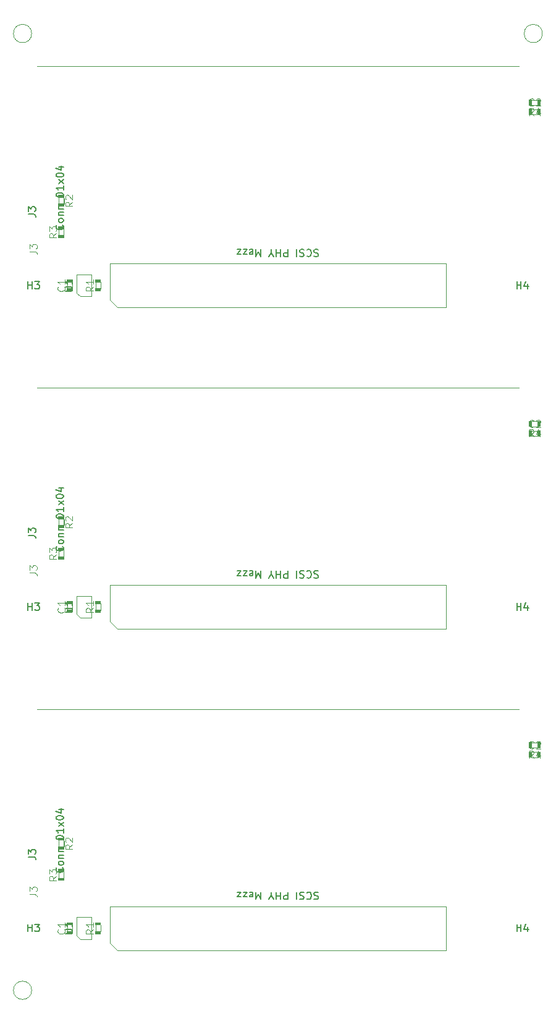
<source format=gbr>
G04 #@! TF.GenerationSoftware,KiCad,Pcbnew,8.0.6*
G04 #@! TF.CreationDate,2024-11-07T02:27:03-08:00*
G04 #@! TF.ProjectId,hvd-68-hd-panel,6876642d-3638-42d6-9864-2d70616e656c,1*
G04 #@! TF.SameCoordinates,Original*
G04 #@! TF.FileFunction,AssemblyDrawing,Top*
%FSLAX46Y46*%
G04 Gerber Fmt 4.6, Leading zero omitted, Abs format (unit mm)*
G04 Created by KiCad (PCBNEW 8.0.6) date 2024-11-07 02:27:03*
%MOMM*%
%LPD*%
G01*
G04 APERTURE LIST*
%ADD10C,0.100000*%
%ADD11C,0.150000*%
%ADD12C,0.000000*%
%ADD13C,0.050000*%
G04 APERTURE END LIST*
D10*
X-2466667Y122294581D02*
X-2800000Y122770772D01*
X-3038095Y122294581D02*
X-3038095Y123294581D01*
X-3038095Y123294581D02*
X-2657143Y123294581D01*
X-2657143Y123294581D02*
X-2561905Y123246962D01*
X-2561905Y123246962D02*
X-2514286Y123199343D01*
X-2514286Y123199343D02*
X-2466667Y123104105D01*
X-2466667Y123104105D02*
X-2466667Y122961248D01*
X-2466667Y122961248D02*
X-2514286Y122866010D01*
X-2514286Y122866010D02*
X-2561905Y122818391D01*
X-2561905Y122818391D02*
X-2657143Y122770772D01*
X-2657143Y122770772D02*
X-3038095Y122770772D01*
X-1609524Y122961248D02*
X-1609524Y122294581D01*
X-1847619Y123342200D02*
X-2085714Y122627915D01*
X-2085714Y122627915D02*
X-1466667Y122627915D01*
D11*
X-71761905Y54547181D02*
X-71761905Y55547181D01*
X-71761905Y55070991D02*
X-71190477Y55070991D01*
X-71190477Y54547181D02*
X-71190477Y55547181D01*
X-70809524Y55547181D02*
X-70190477Y55547181D01*
X-70190477Y55547181D02*
X-70523810Y55166229D01*
X-70523810Y55166229D02*
X-70380953Y55166229D01*
X-70380953Y55166229D02*
X-70285715Y55118610D01*
X-70285715Y55118610D02*
X-70238096Y55070991D01*
X-70238096Y55070991D02*
X-70190477Y54975753D01*
X-70190477Y54975753D02*
X-70190477Y54737658D01*
X-70190477Y54737658D02*
X-70238096Y54642420D01*
X-70238096Y54642420D02*
X-70285715Y54594800D01*
X-70285715Y54594800D02*
X-70380953Y54547181D01*
X-70380953Y54547181D02*
X-70666667Y54547181D01*
X-70666667Y54547181D02*
X-70761905Y54594800D01*
X-70761905Y54594800D02*
X-70809524Y54642420D01*
D10*
X-71542581Y15668667D02*
X-70828296Y15668667D01*
X-70828296Y15668667D02*
X-70685439Y15621048D01*
X-70685439Y15621048D02*
X-70590200Y15525810D01*
X-70590200Y15525810D02*
X-70542581Y15382953D01*
X-70542581Y15382953D02*
X-70542581Y15287715D01*
X-71542581Y16049620D02*
X-71542581Y16668667D01*
X-71542581Y16668667D02*
X-71161629Y16335334D01*
X-71161629Y16335334D02*
X-71161629Y16478191D01*
X-71161629Y16478191D02*
X-71114010Y16573429D01*
X-71114010Y16573429D02*
X-71066391Y16621048D01*
X-71066391Y16621048D02*
X-70971153Y16668667D01*
X-70971153Y16668667D02*
X-70733058Y16668667D01*
X-70733058Y16668667D02*
X-70637820Y16621048D01*
X-70637820Y16621048D02*
X-70590200Y16573429D01*
X-70590200Y16573429D02*
X-70542581Y16478191D01*
X-70542581Y16478191D02*
X-70542581Y16192477D01*
X-70542581Y16192477D02*
X-70590200Y16097239D01*
X-70590200Y16097239D02*
X-70637820Y16049620D01*
D11*
X-67000421Y19273905D02*
X-66952801Y19226286D01*
X-66952801Y19226286D02*
X-66905182Y19083429D01*
X-66905182Y19083429D02*
X-66905182Y18988191D01*
X-66905182Y18988191D02*
X-66952801Y18845334D01*
X-66952801Y18845334D02*
X-67048040Y18750096D01*
X-67048040Y18750096D02*
X-67143278Y18702477D01*
X-67143278Y18702477D02*
X-67333754Y18654858D01*
X-67333754Y18654858D02*
X-67476611Y18654858D01*
X-67476611Y18654858D02*
X-67667087Y18702477D01*
X-67667087Y18702477D02*
X-67762325Y18750096D01*
X-67762325Y18750096D02*
X-67857563Y18845334D01*
X-67857563Y18845334D02*
X-67905182Y18988191D01*
X-67905182Y18988191D02*
X-67905182Y19083429D01*
X-67905182Y19083429D02*
X-67857563Y19226286D01*
X-67857563Y19226286D02*
X-67809944Y19273905D01*
X-66905182Y19845334D02*
X-66952801Y19750096D01*
X-66952801Y19750096D02*
X-67000421Y19702477D01*
X-67000421Y19702477D02*
X-67095659Y19654858D01*
X-67095659Y19654858D02*
X-67381373Y19654858D01*
X-67381373Y19654858D02*
X-67476611Y19702477D01*
X-67476611Y19702477D02*
X-67524230Y19750096D01*
X-67524230Y19750096D02*
X-67571849Y19845334D01*
X-67571849Y19845334D02*
X-67571849Y19988191D01*
X-67571849Y19988191D02*
X-67524230Y20083429D01*
X-67524230Y20083429D02*
X-67476611Y20131048D01*
X-67476611Y20131048D02*
X-67381373Y20178667D01*
X-67381373Y20178667D02*
X-67095659Y20178667D01*
X-67095659Y20178667D02*
X-67000421Y20131048D01*
X-67000421Y20131048D02*
X-66952801Y20083429D01*
X-66952801Y20083429D02*
X-66905182Y19988191D01*
X-66905182Y19988191D02*
X-66905182Y19845334D01*
X-67571849Y20607239D02*
X-66905182Y20607239D01*
X-67476611Y20607239D02*
X-67524230Y20654858D01*
X-67524230Y20654858D02*
X-67571849Y20750096D01*
X-67571849Y20750096D02*
X-67571849Y20892953D01*
X-67571849Y20892953D02*
X-67524230Y20988191D01*
X-67524230Y20988191D02*
X-67428992Y21035810D01*
X-67428992Y21035810D02*
X-66905182Y21035810D01*
X-67571849Y21512001D02*
X-66905182Y21512001D01*
X-67476611Y21512001D02*
X-67524230Y21559620D01*
X-67524230Y21559620D02*
X-67571849Y21654858D01*
X-67571849Y21654858D02*
X-67571849Y21797715D01*
X-67571849Y21797715D02*
X-67524230Y21892953D01*
X-67524230Y21892953D02*
X-67428992Y21940572D01*
X-67428992Y21940572D02*
X-66905182Y21940572D01*
X-66809944Y22178667D02*
X-66809944Y22940572D01*
X-67905182Y23369144D02*
X-67905182Y23464382D01*
X-67905182Y23464382D02*
X-67857563Y23559620D01*
X-67857563Y23559620D02*
X-67809944Y23607239D01*
X-67809944Y23607239D02*
X-67714706Y23654858D01*
X-67714706Y23654858D02*
X-67524230Y23702477D01*
X-67524230Y23702477D02*
X-67286135Y23702477D01*
X-67286135Y23702477D02*
X-67095659Y23654858D01*
X-67095659Y23654858D02*
X-67000421Y23607239D01*
X-67000421Y23607239D02*
X-66952801Y23559620D01*
X-66952801Y23559620D02*
X-66905182Y23464382D01*
X-66905182Y23464382D02*
X-66905182Y23369144D01*
X-66905182Y23369144D02*
X-66952801Y23273906D01*
X-66952801Y23273906D02*
X-67000421Y23226287D01*
X-67000421Y23226287D02*
X-67095659Y23178668D01*
X-67095659Y23178668D02*
X-67286135Y23131049D01*
X-67286135Y23131049D02*
X-67524230Y23131049D01*
X-67524230Y23131049D02*
X-67714706Y23178668D01*
X-67714706Y23178668D02*
X-67809944Y23226287D01*
X-67809944Y23226287D02*
X-67857563Y23273906D01*
X-67857563Y23273906D02*
X-67905182Y23369144D01*
X-66905182Y24654858D02*
X-66905182Y24083430D01*
X-66905182Y24369144D02*
X-67905182Y24369144D01*
X-67905182Y24369144D02*
X-67762325Y24273906D01*
X-67762325Y24273906D02*
X-67667087Y24178668D01*
X-67667087Y24178668D02*
X-67619468Y24083430D01*
X-66905182Y24988192D02*
X-67571849Y25512001D01*
X-67571849Y24988192D02*
X-66905182Y25512001D01*
X-67905182Y26083430D02*
X-67905182Y26178668D01*
X-67905182Y26178668D02*
X-67857563Y26273906D01*
X-67857563Y26273906D02*
X-67809944Y26321525D01*
X-67809944Y26321525D02*
X-67714706Y26369144D01*
X-67714706Y26369144D02*
X-67524230Y26416763D01*
X-67524230Y26416763D02*
X-67286135Y26416763D01*
X-67286135Y26416763D02*
X-67095659Y26369144D01*
X-67095659Y26369144D02*
X-67000421Y26321525D01*
X-67000421Y26321525D02*
X-66952801Y26273906D01*
X-66952801Y26273906D02*
X-66905182Y26178668D01*
X-66905182Y26178668D02*
X-66905182Y26083430D01*
X-66905182Y26083430D02*
X-66952801Y25988192D01*
X-66952801Y25988192D02*
X-67000421Y25940573D01*
X-67000421Y25940573D02*
X-67095659Y25892954D01*
X-67095659Y25892954D02*
X-67286135Y25845335D01*
X-67286135Y25845335D02*
X-67524230Y25845335D01*
X-67524230Y25845335D02*
X-67714706Y25892954D01*
X-67714706Y25892954D02*
X-67809944Y25940573D01*
X-67809944Y25940573D02*
X-67857563Y25988192D01*
X-67857563Y25988192D02*
X-67905182Y26083430D01*
X-67571849Y27273906D02*
X-66905182Y27273906D01*
X-67952801Y27035811D02*
X-67238516Y26797716D01*
X-67238516Y26797716D02*
X-67238516Y27416763D01*
X-71715181Y20773667D02*
X-71000896Y20773667D01*
X-71000896Y20773667D02*
X-70858039Y20726048D01*
X-70858039Y20726048D02*
X-70762800Y20630810D01*
X-70762800Y20630810D02*
X-70715181Y20487953D01*
X-70715181Y20487953D02*
X-70715181Y20392715D01*
X-71715181Y21154620D02*
X-71715181Y21773667D01*
X-71715181Y21773667D02*
X-71334229Y21440334D01*
X-71334229Y21440334D02*
X-71334229Y21583191D01*
X-71334229Y21583191D02*
X-71286610Y21678429D01*
X-71286610Y21678429D02*
X-71238991Y21726048D01*
X-71238991Y21726048D02*
X-71143753Y21773667D01*
X-71143753Y21773667D02*
X-70905658Y21773667D01*
X-70905658Y21773667D02*
X-70810420Y21726048D01*
X-70810420Y21726048D02*
X-70762800Y21678429D01*
X-70762800Y21678429D02*
X-70715181Y21583191D01*
X-70715181Y21583191D02*
X-70715181Y21297477D01*
X-70715181Y21297477D02*
X-70762800Y21202239D01*
X-70762800Y21202239D02*
X-70810420Y21154620D01*
D10*
X-65642582Y22435334D02*
X-66118773Y22102001D01*
X-65642582Y21863906D02*
X-66642582Y21863906D01*
X-66642582Y21863906D02*
X-66642582Y22244858D01*
X-66642582Y22244858D02*
X-66594963Y22340096D01*
X-66594963Y22340096D02*
X-66547344Y22387715D01*
X-66547344Y22387715D02*
X-66452106Y22435334D01*
X-66452106Y22435334D02*
X-66309249Y22435334D01*
X-66309249Y22435334D02*
X-66214011Y22387715D01*
X-66214011Y22387715D02*
X-66166392Y22340096D01*
X-66166392Y22340096D02*
X-66118773Y22244858D01*
X-66118773Y22244858D02*
X-66118773Y21863906D01*
X-66547344Y22816287D02*
X-66594963Y22863906D01*
X-66594963Y22863906D02*
X-66642582Y22959144D01*
X-66642582Y22959144D02*
X-66642582Y23197239D01*
X-66642582Y23197239D02*
X-66594963Y23292477D01*
X-66594963Y23292477D02*
X-66547344Y23340096D01*
X-66547344Y23340096D02*
X-66452106Y23387715D01*
X-66452106Y23387715D02*
X-66356868Y23387715D01*
X-66356868Y23387715D02*
X-66214011Y23340096D01*
X-66214011Y23340096D02*
X-65642582Y22768668D01*
X-65642582Y22768668D02*
X-65642582Y23387715D01*
X-66787819Y10835334D02*
X-66740199Y10787715D01*
X-66740199Y10787715D02*
X-66692580Y10644858D01*
X-66692580Y10644858D02*
X-66692580Y10549620D01*
X-66692580Y10549620D02*
X-66740199Y10406763D01*
X-66740199Y10406763D02*
X-66835438Y10311525D01*
X-66835438Y10311525D02*
X-66930676Y10263906D01*
X-66930676Y10263906D02*
X-67121152Y10216287D01*
X-67121152Y10216287D02*
X-67264009Y10216287D01*
X-67264009Y10216287D02*
X-67454485Y10263906D01*
X-67454485Y10263906D02*
X-67549723Y10311525D01*
X-67549723Y10311525D02*
X-67644961Y10406763D01*
X-67644961Y10406763D02*
X-67692580Y10549620D01*
X-67692580Y10549620D02*
X-67692580Y10644858D01*
X-67692580Y10644858D02*
X-67644961Y10787715D01*
X-67644961Y10787715D02*
X-67597342Y10835334D01*
X-66692580Y11787715D02*
X-66692580Y11216287D01*
X-66692580Y11502001D02*
X-67692580Y11502001D01*
X-67692580Y11502001D02*
X-67549723Y11406763D01*
X-67549723Y11406763D02*
X-67454485Y11311525D01*
X-67454485Y11311525D02*
X-67406866Y11216287D01*
D11*
X-66645182Y54240096D02*
X-65835659Y54240096D01*
X-65835659Y54240096D02*
X-65740421Y54287715D01*
X-65740421Y54287715D02*
X-65692801Y54335334D01*
X-65692801Y54335334D02*
X-65645182Y54430572D01*
X-65645182Y54430572D02*
X-65645182Y54621048D01*
X-65645182Y54621048D02*
X-65692801Y54716286D01*
X-65692801Y54716286D02*
X-65740421Y54763905D01*
X-65740421Y54763905D02*
X-65835659Y54811524D01*
X-65835659Y54811524D02*
X-66645182Y54811524D01*
X-65645182Y55811524D02*
X-65645182Y55240096D01*
X-65645182Y55525810D02*
X-66645182Y55525810D01*
X-66645182Y55525810D02*
X-66502325Y55430572D01*
X-66502325Y55430572D02*
X-66407087Y55335334D01*
X-66407087Y55335334D02*
X-66359468Y55240096D01*
X-4761905Y10547181D02*
X-4761905Y11547181D01*
X-4761905Y11070991D02*
X-4190477Y11070991D01*
X-4190477Y10547181D02*
X-4190477Y11547181D01*
X-3285715Y11213848D02*
X-3285715Y10547181D01*
X-3523810Y11594800D02*
X-3761905Y10880515D01*
X-3761905Y10880515D02*
X-3142858Y10880515D01*
D10*
X-66787819Y54835334D02*
X-66740199Y54787715D01*
X-66740199Y54787715D02*
X-66692580Y54644858D01*
X-66692580Y54644858D02*
X-66692580Y54549620D01*
X-66692580Y54549620D02*
X-66740199Y54406763D01*
X-66740199Y54406763D02*
X-66835438Y54311525D01*
X-66835438Y54311525D02*
X-66930676Y54263906D01*
X-66930676Y54263906D02*
X-67121152Y54216287D01*
X-67121152Y54216287D02*
X-67264009Y54216287D01*
X-67264009Y54216287D02*
X-67454485Y54263906D01*
X-67454485Y54263906D02*
X-67549723Y54311525D01*
X-67549723Y54311525D02*
X-67644961Y54406763D01*
X-67644961Y54406763D02*
X-67692580Y54549620D01*
X-67692580Y54549620D02*
X-67692580Y54644858D01*
X-67692580Y54644858D02*
X-67644961Y54787715D01*
X-67644961Y54787715D02*
X-67597342Y54835334D01*
X-66692580Y55787715D02*
X-66692580Y55216287D01*
X-66692580Y55502001D02*
X-67692580Y55502001D01*
X-67692580Y55502001D02*
X-67549723Y55406763D01*
X-67549723Y55406763D02*
X-67454485Y55311525D01*
X-67454485Y55311525D02*
X-67406866Y55216287D01*
X-65642582Y110435334D02*
X-66118773Y110102001D01*
X-65642582Y109863906D02*
X-66642582Y109863906D01*
X-66642582Y109863906D02*
X-66642582Y110244858D01*
X-66642582Y110244858D02*
X-66594963Y110340096D01*
X-66594963Y110340096D02*
X-66547344Y110387715D01*
X-66547344Y110387715D02*
X-66452106Y110435334D01*
X-66452106Y110435334D02*
X-66309249Y110435334D01*
X-66309249Y110435334D02*
X-66214011Y110387715D01*
X-66214011Y110387715D02*
X-66166392Y110340096D01*
X-66166392Y110340096D02*
X-66118773Y110244858D01*
X-66118773Y110244858D02*
X-66118773Y109863906D01*
X-66547344Y110816287D02*
X-66594963Y110863906D01*
X-66594963Y110863906D02*
X-66642582Y110959144D01*
X-66642582Y110959144D02*
X-66642582Y111197239D01*
X-66642582Y111197239D02*
X-66594963Y111292477D01*
X-66594963Y111292477D02*
X-66547344Y111340096D01*
X-66547344Y111340096D02*
X-66452106Y111387715D01*
X-66452106Y111387715D02*
X-66356868Y111387715D01*
X-66356868Y111387715D02*
X-66214011Y111340096D01*
X-66214011Y111340096D02*
X-65642582Y110768668D01*
X-65642582Y110768668D02*
X-65642582Y111387715D01*
D11*
X-66645182Y10240096D02*
X-65835659Y10240096D01*
X-65835659Y10240096D02*
X-65740421Y10287715D01*
X-65740421Y10287715D02*
X-65692801Y10335334D01*
X-65692801Y10335334D02*
X-65645182Y10430572D01*
X-65645182Y10430572D02*
X-65645182Y10621048D01*
X-65645182Y10621048D02*
X-65692801Y10716286D01*
X-65692801Y10716286D02*
X-65740421Y10763905D01*
X-65740421Y10763905D02*
X-65835659Y10811524D01*
X-65835659Y10811524D02*
X-66645182Y10811524D01*
X-65645182Y11811524D02*
X-65645182Y11240096D01*
X-65645182Y11525810D02*
X-66645182Y11525810D01*
X-66645182Y11525810D02*
X-66502325Y11430572D01*
X-66502325Y11430572D02*
X-66407087Y11335334D01*
X-66407087Y11335334D02*
X-66359468Y11240096D01*
D10*
X-62792580Y98835334D02*
X-63268771Y98502001D01*
X-62792580Y98263906D02*
X-63792580Y98263906D01*
X-63792580Y98263906D02*
X-63792580Y98644858D01*
X-63792580Y98644858D02*
X-63744961Y98740096D01*
X-63744961Y98740096D02*
X-63697342Y98787715D01*
X-63697342Y98787715D02*
X-63602104Y98835334D01*
X-63602104Y98835334D02*
X-63459247Y98835334D01*
X-63459247Y98835334D02*
X-63364009Y98787715D01*
X-63364009Y98787715D02*
X-63316390Y98740096D01*
X-63316390Y98740096D02*
X-63268771Y98644858D01*
X-63268771Y98644858D02*
X-63268771Y98263906D01*
X-62792580Y99787715D02*
X-62792580Y99216287D01*
X-62792580Y99502001D02*
X-63792580Y99502001D01*
X-63792580Y99502001D02*
X-63649723Y99406763D01*
X-63649723Y99406763D02*
X-63554485Y99311525D01*
X-63554485Y99311525D02*
X-63506866Y99216287D01*
D11*
X-71761905Y98547181D02*
X-71761905Y99547181D01*
X-71761905Y99070991D02*
X-71190477Y99070991D01*
X-71190477Y98547181D02*
X-71190477Y99547181D01*
X-70809524Y99547181D02*
X-70190477Y99547181D01*
X-70190477Y99547181D02*
X-70523810Y99166229D01*
X-70523810Y99166229D02*
X-70380953Y99166229D01*
X-70380953Y99166229D02*
X-70285715Y99118610D01*
X-70285715Y99118610D02*
X-70238096Y99070991D01*
X-70238096Y99070991D02*
X-70190477Y98975753D01*
X-70190477Y98975753D02*
X-70190477Y98737658D01*
X-70190477Y98737658D02*
X-70238096Y98642420D01*
X-70238096Y98642420D02*
X-70285715Y98594800D01*
X-70285715Y98594800D02*
X-70380953Y98547181D01*
X-70380953Y98547181D02*
X-70666667Y98547181D01*
X-70666667Y98547181D02*
X-70761905Y98594800D01*
X-70761905Y98594800D02*
X-70809524Y98642420D01*
X-71761905Y10547181D02*
X-71761905Y11547181D01*
X-71761905Y11070991D02*
X-71190477Y11070991D01*
X-71190477Y10547181D02*
X-71190477Y11547181D01*
X-70809524Y11547181D02*
X-70190477Y11547181D01*
X-70190477Y11547181D02*
X-70523810Y11166229D01*
X-70523810Y11166229D02*
X-70380953Y11166229D01*
X-70380953Y11166229D02*
X-70285715Y11118610D01*
X-70285715Y11118610D02*
X-70238096Y11070991D01*
X-70238096Y11070991D02*
X-70190477Y10975753D01*
X-70190477Y10975753D02*
X-70190477Y10737658D01*
X-70190477Y10737658D02*
X-70238096Y10642420D01*
X-70238096Y10642420D02*
X-70285715Y10594800D01*
X-70285715Y10594800D02*
X-70380953Y10547181D01*
X-70380953Y10547181D02*
X-70666667Y10547181D01*
X-70666667Y10547181D02*
X-70761905Y10594800D01*
X-70761905Y10594800D02*
X-70809524Y10642420D01*
D10*
X-62792580Y10835334D02*
X-63268771Y10502001D01*
X-62792580Y10263906D02*
X-63792580Y10263906D01*
X-63792580Y10263906D02*
X-63792580Y10644858D01*
X-63792580Y10644858D02*
X-63744961Y10740096D01*
X-63744961Y10740096D02*
X-63697342Y10787715D01*
X-63697342Y10787715D02*
X-63602104Y10835334D01*
X-63602104Y10835334D02*
X-63459247Y10835334D01*
X-63459247Y10835334D02*
X-63364009Y10787715D01*
X-63364009Y10787715D02*
X-63316390Y10740096D01*
X-63316390Y10740096D02*
X-63268771Y10644858D01*
X-63268771Y10644858D02*
X-63268771Y10263906D01*
X-62792580Y11787715D02*
X-62792580Y11216287D01*
X-62792580Y11502001D02*
X-63792580Y11502001D01*
X-63792580Y11502001D02*
X-63649723Y11406763D01*
X-63649723Y11406763D02*
X-63554485Y11311525D01*
X-63554485Y11311525D02*
X-63506866Y11216287D01*
X-62792580Y54835334D02*
X-63268771Y54502001D01*
X-62792580Y54263906D02*
X-63792580Y54263906D01*
X-63792580Y54263906D02*
X-63792580Y54644858D01*
X-63792580Y54644858D02*
X-63744961Y54740096D01*
X-63744961Y54740096D02*
X-63697342Y54787715D01*
X-63697342Y54787715D02*
X-63602104Y54835334D01*
X-63602104Y54835334D02*
X-63459247Y54835334D01*
X-63459247Y54835334D02*
X-63364009Y54787715D01*
X-63364009Y54787715D02*
X-63316390Y54740096D01*
X-63316390Y54740096D02*
X-63268771Y54644858D01*
X-63268771Y54644858D02*
X-63268771Y54263906D01*
X-62792580Y55787715D02*
X-62792580Y55216287D01*
X-62792580Y55502001D02*
X-63792580Y55502001D01*
X-63792580Y55502001D02*
X-63649723Y55406763D01*
X-63649723Y55406763D02*
X-63554485Y55311525D01*
X-63554485Y55311525D02*
X-63506866Y55216287D01*
D11*
X-66645182Y98240096D02*
X-65835659Y98240096D01*
X-65835659Y98240096D02*
X-65740421Y98287715D01*
X-65740421Y98287715D02*
X-65692801Y98335334D01*
X-65692801Y98335334D02*
X-65645182Y98430572D01*
X-65645182Y98430572D02*
X-65645182Y98621048D01*
X-65645182Y98621048D02*
X-65692801Y98716286D01*
X-65692801Y98716286D02*
X-65740421Y98763905D01*
X-65740421Y98763905D02*
X-65835659Y98811524D01*
X-65835659Y98811524D02*
X-66645182Y98811524D01*
X-65645182Y99811524D02*
X-65645182Y99240096D01*
X-65645182Y99525810D02*
X-66645182Y99525810D01*
X-66645182Y99525810D02*
X-66502325Y99430572D01*
X-66502325Y99430572D02*
X-66407087Y99335334D01*
X-66407087Y99335334D02*
X-66359468Y99240096D01*
D10*
X-67842580Y18135334D02*
X-68318771Y17802001D01*
X-67842580Y17563906D02*
X-68842580Y17563906D01*
X-68842580Y17563906D02*
X-68842580Y17944858D01*
X-68842580Y17944858D02*
X-68794961Y18040096D01*
X-68794961Y18040096D02*
X-68747342Y18087715D01*
X-68747342Y18087715D02*
X-68652104Y18135334D01*
X-68652104Y18135334D02*
X-68509247Y18135334D01*
X-68509247Y18135334D02*
X-68414009Y18087715D01*
X-68414009Y18087715D02*
X-68366390Y18040096D01*
X-68366390Y18040096D02*
X-68318771Y17944858D01*
X-68318771Y17944858D02*
X-68318771Y17563906D01*
X-68842580Y18468668D02*
X-68842580Y19087715D01*
X-68842580Y19087715D02*
X-68461628Y18754382D01*
X-68461628Y18754382D02*
X-68461628Y18897239D01*
X-68461628Y18897239D02*
X-68414009Y18992477D01*
X-68414009Y18992477D02*
X-68366390Y19040096D01*
X-68366390Y19040096D02*
X-68271152Y19087715D01*
X-68271152Y19087715D02*
X-68033057Y19087715D01*
X-68033057Y19087715D02*
X-67937819Y19040096D01*
X-67937819Y19040096D02*
X-67890199Y18992477D01*
X-67890199Y18992477D02*
X-67842580Y18897239D01*
X-67842580Y18897239D02*
X-67842580Y18611525D01*
X-67842580Y18611525D02*
X-67890199Y18516287D01*
X-67890199Y18516287D02*
X-67937819Y18468668D01*
X-66787819Y98835334D02*
X-66740199Y98787715D01*
X-66740199Y98787715D02*
X-66692580Y98644858D01*
X-66692580Y98644858D02*
X-66692580Y98549620D01*
X-66692580Y98549620D02*
X-66740199Y98406763D01*
X-66740199Y98406763D02*
X-66835438Y98311525D01*
X-66835438Y98311525D02*
X-66930676Y98263906D01*
X-66930676Y98263906D02*
X-67121152Y98216287D01*
X-67121152Y98216287D02*
X-67264009Y98216287D01*
X-67264009Y98216287D02*
X-67454485Y98263906D01*
X-67454485Y98263906D02*
X-67549723Y98311525D01*
X-67549723Y98311525D02*
X-67644961Y98406763D01*
X-67644961Y98406763D02*
X-67692580Y98549620D01*
X-67692580Y98549620D02*
X-67692580Y98644858D01*
X-67692580Y98644858D02*
X-67644961Y98787715D01*
X-67644961Y98787715D02*
X-67597342Y98835334D01*
X-66692580Y99787715D02*
X-66692580Y99216287D01*
X-66692580Y99502001D02*
X-67692580Y99502001D01*
X-67692580Y99502001D02*
X-67549723Y99406763D01*
X-67549723Y99406763D02*
X-67454485Y99311525D01*
X-67454485Y99311525D02*
X-67406866Y99216287D01*
X-67842580Y62135334D02*
X-68318771Y61802001D01*
X-67842580Y61563906D02*
X-68842580Y61563906D01*
X-68842580Y61563906D02*
X-68842580Y61944858D01*
X-68842580Y61944858D02*
X-68794961Y62040096D01*
X-68794961Y62040096D02*
X-68747342Y62087715D01*
X-68747342Y62087715D02*
X-68652104Y62135334D01*
X-68652104Y62135334D02*
X-68509247Y62135334D01*
X-68509247Y62135334D02*
X-68414009Y62087715D01*
X-68414009Y62087715D02*
X-68366390Y62040096D01*
X-68366390Y62040096D02*
X-68318771Y61944858D01*
X-68318771Y61944858D02*
X-68318771Y61563906D01*
X-68842580Y62468668D02*
X-68842580Y63087715D01*
X-68842580Y63087715D02*
X-68461628Y62754382D01*
X-68461628Y62754382D02*
X-68461628Y62897239D01*
X-68461628Y62897239D02*
X-68414009Y62992477D01*
X-68414009Y62992477D02*
X-68366390Y63040096D01*
X-68366390Y63040096D02*
X-68271152Y63087715D01*
X-68271152Y63087715D02*
X-68033057Y63087715D01*
X-68033057Y63087715D02*
X-67937819Y63040096D01*
X-67937819Y63040096D02*
X-67890199Y62992477D01*
X-67890199Y62992477D02*
X-67842580Y62897239D01*
X-67842580Y62897239D02*
X-67842580Y62611525D01*
X-67842580Y62611525D02*
X-67890199Y62516287D01*
X-67890199Y62516287D02*
X-67937819Y62468668D01*
X-2466667Y123689820D02*
X-2514286Y123642200D01*
X-2514286Y123642200D02*
X-2657143Y123594581D01*
X-2657143Y123594581D02*
X-2752381Y123594581D01*
X-2752381Y123594581D02*
X-2895238Y123642200D01*
X-2895238Y123642200D02*
X-2990476Y123737439D01*
X-2990476Y123737439D02*
X-3038095Y123832677D01*
X-3038095Y123832677D02*
X-3085714Y124023153D01*
X-3085714Y124023153D02*
X-3085714Y124166010D01*
X-3085714Y124166010D02*
X-3038095Y124356486D01*
X-3038095Y124356486D02*
X-2990476Y124451724D01*
X-2990476Y124451724D02*
X-2895238Y124546962D01*
X-2895238Y124546962D02*
X-2752381Y124594581D01*
X-2752381Y124594581D02*
X-2657143Y124594581D01*
X-2657143Y124594581D02*
X-2514286Y124546962D01*
X-2514286Y124546962D02*
X-2466667Y124499343D01*
X-2085714Y124499343D02*
X-2038095Y124546962D01*
X-2038095Y124546962D02*
X-1942857Y124594581D01*
X-1942857Y124594581D02*
X-1704762Y124594581D01*
X-1704762Y124594581D02*
X-1609524Y124546962D01*
X-1609524Y124546962D02*
X-1561905Y124499343D01*
X-1561905Y124499343D02*
X-1514286Y124404105D01*
X-1514286Y124404105D02*
X-1514286Y124308867D01*
X-1514286Y124308867D02*
X-1561905Y124166010D01*
X-1561905Y124166010D02*
X-2133333Y123594581D01*
X-2133333Y123594581D02*
X-1514286Y123594581D01*
X-71542581Y103668667D02*
X-70828296Y103668667D01*
X-70828296Y103668667D02*
X-70685439Y103621048D01*
X-70685439Y103621048D02*
X-70590200Y103525810D01*
X-70590200Y103525810D02*
X-70542581Y103382953D01*
X-70542581Y103382953D02*
X-70542581Y103287715D01*
X-71542581Y104049620D02*
X-71542581Y104668667D01*
X-71542581Y104668667D02*
X-71161629Y104335334D01*
X-71161629Y104335334D02*
X-71161629Y104478191D01*
X-71161629Y104478191D02*
X-71114010Y104573429D01*
X-71114010Y104573429D02*
X-71066391Y104621048D01*
X-71066391Y104621048D02*
X-70971153Y104668667D01*
X-70971153Y104668667D02*
X-70733058Y104668667D01*
X-70733058Y104668667D02*
X-70637820Y104621048D01*
X-70637820Y104621048D02*
X-70590200Y104573429D01*
X-70590200Y104573429D02*
X-70542581Y104478191D01*
X-70542581Y104478191D02*
X-70542581Y104192477D01*
X-70542581Y104192477D02*
X-70590200Y104097239D01*
X-70590200Y104097239D02*
X-70637820Y104049620D01*
D11*
X-67000421Y107273905D02*
X-66952801Y107226286D01*
X-66952801Y107226286D02*
X-66905182Y107083429D01*
X-66905182Y107083429D02*
X-66905182Y106988191D01*
X-66905182Y106988191D02*
X-66952801Y106845334D01*
X-66952801Y106845334D02*
X-67048040Y106750096D01*
X-67048040Y106750096D02*
X-67143278Y106702477D01*
X-67143278Y106702477D02*
X-67333754Y106654858D01*
X-67333754Y106654858D02*
X-67476611Y106654858D01*
X-67476611Y106654858D02*
X-67667087Y106702477D01*
X-67667087Y106702477D02*
X-67762325Y106750096D01*
X-67762325Y106750096D02*
X-67857563Y106845334D01*
X-67857563Y106845334D02*
X-67905182Y106988191D01*
X-67905182Y106988191D02*
X-67905182Y107083429D01*
X-67905182Y107083429D02*
X-67857563Y107226286D01*
X-67857563Y107226286D02*
X-67809944Y107273905D01*
X-66905182Y107845334D02*
X-66952801Y107750096D01*
X-66952801Y107750096D02*
X-67000421Y107702477D01*
X-67000421Y107702477D02*
X-67095659Y107654858D01*
X-67095659Y107654858D02*
X-67381373Y107654858D01*
X-67381373Y107654858D02*
X-67476611Y107702477D01*
X-67476611Y107702477D02*
X-67524230Y107750096D01*
X-67524230Y107750096D02*
X-67571849Y107845334D01*
X-67571849Y107845334D02*
X-67571849Y107988191D01*
X-67571849Y107988191D02*
X-67524230Y108083429D01*
X-67524230Y108083429D02*
X-67476611Y108131048D01*
X-67476611Y108131048D02*
X-67381373Y108178667D01*
X-67381373Y108178667D02*
X-67095659Y108178667D01*
X-67095659Y108178667D02*
X-67000421Y108131048D01*
X-67000421Y108131048D02*
X-66952801Y108083429D01*
X-66952801Y108083429D02*
X-66905182Y107988191D01*
X-66905182Y107988191D02*
X-66905182Y107845334D01*
X-67571849Y108607239D02*
X-66905182Y108607239D01*
X-67476611Y108607239D02*
X-67524230Y108654858D01*
X-67524230Y108654858D02*
X-67571849Y108750096D01*
X-67571849Y108750096D02*
X-67571849Y108892953D01*
X-67571849Y108892953D02*
X-67524230Y108988191D01*
X-67524230Y108988191D02*
X-67428992Y109035810D01*
X-67428992Y109035810D02*
X-66905182Y109035810D01*
X-67571849Y109512001D02*
X-66905182Y109512001D01*
X-67476611Y109512001D02*
X-67524230Y109559620D01*
X-67524230Y109559620D02*
X-67571849Y109654858D01*
X-67571849Y109654858D02*
X-67571849Y109797715D01*
X-67571849Y109797715D02*
X-67524230Y109892953D01*
X-67524230Y109892953D02*
X-67428992Y109940572D01*
X-67428992Y109940572D02*
X-66905182Y109940572D01*
X-66809944Y110178667D02*
X-66809944Y110940572D01*
X-67905182Y111369144D02*
X-67905182Y111464382D01*
X-67905182Y111464382D02*
X-67857563Y111559620D01*
X-67857563Y111559620D02*
X-67809944Y111607239D01*
X-67809944Y111607239D02*
X-67714706Y111654858D01*
X-67714706Y111654858D02*
X-67524230Y111702477D01*
X-67524230Y111702477D02*
X-67286135Y111702477D01*
X-67286135Y111702477D02*
X-67095659Y111654858D01*
X-67095659Y111654858D02*
X-67000421Y111607239D01*
X-67000421Y111607239D02*
X-66952801Y111559620D01*
X-66952801Y111559620D02*
X-66905182Y111464382D01*
X-66905182Y111464382D02*
X-66905182Y111369144D01*
X-66905182Y111369144D02*
X-66952801Y111273906D01*
X-66952801Y111273906D02*
X-67000421Y111226287D01*
X-67000421Y111226287D02*
X-67095659Y111178668D01*
X-67095659Y111178668D02*
X-67286135Y111131049D01*
X-67286135Y111131049D02*
X-67524230Y111131049D01*
X-67524230Y111131049D02*
X-67714706Y111178668D01*
X-67714706Y111178668D02*
X-67809944Y111226287D01*
X-67809944Y111226287D02*
X-67857563Y111273906D01*
X-67857563Y111273906D02*
X-67905182Y111369144D01*
X-66905182Y112654858D02*
X-66905182Y112083430D01*
X-66905182Y112369144D02*
X-67905182Y112369144D01*
X-67905182Y112369144D02*
X-67762325Y112273906D01*
X-67762325Y112273906D02*
X-67667087Y112178668D01*
X-67667087Y112178668D02*
X-67619468Y112083430D01*
X-66905182Y112988192D02*
X-67571849Y113512001D01*
X-67571849Y112988192D02*
X-66905182Y113512001D01*
X-67905182Y114083430D02*
X-67905182Y114178668D01*
X-67905182Y114178668D02*
X-67857563Y114273906D01*
X-67857563Y114273906D02*
X-67809944Y114321525D01*
X-67809944Y114321525D02*
X-67714706Y114369144D01*
X-67714706Y114369144D02*
X-67524230Y114416763D01*
X-67524230Y114416763D02*
X-67286135Y114416763D01*
X-67286135Y114416763D02*
X-67095659Y114369144D01*
X-67095659Y114369144D02*
X-67000421Y114321525D01*
X-67000421Y114321525D02*
X-66952801Y114273906D01*
X-66952801Y114273906D02*
X-66905182Y114178668D01*
X-66905182Y114178668D02*
X-66905182Y114083430D01*
X-66905182Y114083430D02*
X-66952801Y113988192D01*
X-66952801Y113988192D02*
X-67000421Y113940573D01*
X-67000421Y113940573D02*
X-67095659Y113892954D01*
X-67095659Y113892954D02*
X-67286135Y113845335D01*
X-67286135Y113845335D02*
X-67524230Y113845335D01*
X-67524230Y113845335D02*
X-67714706Y113892954D01*
X-67714706Y113892954D02*
X-67809944Y113940573D01*
X-67809944Y113940573D02*
X-67857563Y113988192D01*
X-67857563Y113988192D02*
X-67905182Y114083430D01*
X-67571849Y115273906D02*
X-66905182Y115273906D01*
X-67952801Y115035811D02*
X-67238516Y114797716D01*
X-67238516Y114797716D02*
X-67238516Y115416763D01*
X-71715181Y108773667D02*
X-71000896Y108773667D01*
X-71000896Y108773667D02*
X-70858039Y108726048D01*
X-70858039Y108726048D02*
X-70762800Y108630810D01*
X-70762800Y108630810D02*
X-70715181Y108487953D01*
X-70715181Y108487953D02*
X-70715181Y108392715D01*
X-71715181Y109154620D02*
X-71715181Y109773667D01*
X-71715181Y109773667D02*
X-71334229Y109440334D01*
X-71334229Y109440334D02*
X-71334229Y109583191D01*
X-71334229Y109583191D02*
X-71286610Y109678429D01*
X-71286610Y109678429D02*
X-71238991Y109726048D01*
X-71238991Y109726048D02*
X-71143753Y109773667D01*
X-71143753Y109773667D02*
X-70905658Y109773667D01*
X-70905658Y109773667D02*
X-70810420Y109726048D01*
X-70810420Y109726048D02*
X-70762800Y109678429D01*
X-70762800Y109678429D02*
X-70715181Y109583191D01*
X-70715181Y109583191D02*
X-70715181Y109297477D01*
X-70715181Y109297477D02*
X-70762800Y109202239D01*
X-70762800Y109202239D02*
X-70810420Y109154620D01*
X-4761905Y54547181D02*
X-4761905Y55547181D01*
X-4761905Y55070991D02*
X-4190477Y55070991D01*
X-4190477Y54547181D02*
X-4190477Y55547181D01*
X-3285715Y55213848D02*
X-3285715Y54547181D01*
X-3523810Y55594800D02*
X-3761905Y54880515D01*
X-3761905Y54880515D02*
X-3142858Y54880515D01*
D10*
X-2466667Y78294581D02*
X-2800000Y78770772D01*
X-3038095Y78294581D02*
X-3038095Y79294581D01*
X-3038095Y79294581D02*
X-2657143Y79294581D01*
X-2657143Y79294581D02*
X-2561905Y79246962D01*
X-2561905Y79246962D02*
X-2514286Y79199343D01*
X-2514286Y79199343D02*
X-2466667Y79104105D01*
X-2466667Y79104105D02*
X-2466667Y78961248D01*
X-2466667Y78961248D02*
X-2514286Y78866010D01*
X-2514286Y78866010D02*
X-2561905Y78818391D01*
X-2561905Y78818391D02*
X-2657143Y78770772D01*
X-2657143Y78770772D02*
X-3038095Y78770772D01*
X-1609524Y78961248D02*
X-1609524Y78294581D01*
X-1847619Y79342200D02*
X-2085714Y78627915D01*
X-2085714Y78627915D02*
X-1466667Y78627915D01*
X-65642582Y66435334D02*
X-66118773Y66102001D01*
X-65642582Y65863906D02*
X-66642582Y65863906D01*
X-66642582Y65863906D02*
X-66642582Y66244858D01*
X-66642582Y66244858D02*
X-66594963Y66340096D01*
X-66594963Y66340096D02*
X-66547344Y66387715D01*
X-66547344Y66387715D02*
X-66452106Y66435334D01*
X-66452106Y66435334D02*
X-66309249Y66435334D01*
X-66309249Y66435334D02*
X-66214011Y66387715D01*
X-66214011Y66387715D02*
X-66166392Y66340096D01*
X-66166392Y66340096D02*
X-66118773Y66244858D01*
X-66118773Y66244858D02*
X-66118773Y65863906D01*
X-66547344Y66816287D02*
X-66594963Y66863906D01*
X-66594963Y66863906D02*
X-66642582Y66959144D01*
X-66642582Y66959144D02*
X-66642582Y67197239D01*
X-66642582Y67197239D02*
X-66594963Y67292477D01*
X-66594963Y67292477D02*
X-66547344Y67340096D01*
X-66547344Y67340096D02*
X-66452106Y67387715D01*
X-66452106Y67387715D02*
X-66356868Y67387715D01*
X-66356868Y67387715D02*
X-66214011Y67340096D01*
X-66214011Y67340096D02*
X-65642582Y66768668D01*
X-65642582Y66768668D02*
X-65642582Y67387715D01*
X-2466667Y35689820D02*
X-2514286Y35642200D01*
X-2514286Y35642200D02*
X-2657143Y35594581D01*
X-2657143Y35594581D02*
X-2752381Y35594581D01*
X-2752381Y35594581D02*
X-2895238Y35642200D01*
X-2895238Y35642200D02*
X-2990476Y35737439D01*
X-2990476Y35737439D02*
X-3038095Y35832677D01*
X-3038095Y35832677D02*
X-3085714Y36023153D01*
X-3085714Y36023153D02*
X-3085714Y36166010D01*
X-3085714Y36166010D02*
X-3038095Y36356486D01*
X-3038095Y36356486D02*
X-2990476Y36451724D01*
X-2990476Y36451724D02*
X-2895238Y36546962D01*
X-2895238Y36546962D02*
X-2752381Y36594581D01*
X-2752381Y36594581D02*
X-2657143Y36594581D01*
X-2657143Y36594581D02*
X-2514286Y36546962D01*
X-2514286Y36546962D02*
X-2466667Y36499343D01*
X-2085714Y36499343D02*
X-2038095Y36546962D01*
X-2038095Y36546962D02*
X-1942857Y36594581D01*
X-1942857Y36594581D02*
X-1704762Y36594581D01*
X-1704762Y36594581D02*
X-1609524Y36546962D01*
X-1609524Y36546962D02*
X-1561905Y36499343D01*
X-1561905Y36499343D02*
X-1514286Y36404105D01*
X-1514286Y36404105D02*
X-1514286Y36308867D01*
X-1514286Y36308867D02*
X-1561905Y36166010D01*
X-1561905Y36166010D02*
X-2133333Y35594581D01*
X-2133333Y35594581D02*
X-1514286Y35594581D01*
X-2466667Y34294581D02*
X-2800000Y34770772D01*
X-3038095Y34294581D02*
X-3038095Y35294581D01*
X-3038095Y35294581D02*
X-2657143Y35294581D01*
X-2657143Y35294581D02*
X-2561905Y35246962D01*
X-2561905Y35246962D02*
X-2514286Y35199343D01*
X-2514286Y35199343D02*
X-2466667Y35104105D01*
X-2466667Y35104105D02*
X-2466667Y34961248D01*
X-2466667Y34961248D02*
X-2514286Y34866010D01*
X-2514286Y34866010D02*
X-2561905Y34818391D01*
X-2561905Y34818391D02*
X-2657143Y34770772D01*
X-2657143Y34770772D02*
X-3038095Y34770772D01*
X-1609524Y34961248D02*
X-1609524Y34294581D01*
X-1847619Y35342200D02*
X-2085714Y34627915D01*
X-2085714Y34627915D02*
X-1466667Y34627915D01*
X-2466667Y79689820D02*
X-2514286Y79642200D01*
X-2514286Y79642200D02*
X-2657143Y79594581D01*
X-2657143Y79594581D02*
X-2752381Y79594581D01*
X-2752381Y79594581D02*
X-2895238Y79642200D01*
X-2895238Y79642200D02*
X-2990476Y79737439D01*
X-2990476Y79737439D02*
X-3038095Y79832677D01*
X-3038095Y79832677D02*
X-3085714Y80023153D01*
X-3085714Y80023153D02*
X-3085714Y80166010D01*
X-3085714Y80166010D02*
X-3038095Y80356486D01*
X-3038095Y80356486D02*
X-2990476Y80451724D01*
X-2990476Y80451724D02*
X-2895238Y80546962D01*
X-2895238Y80546962D02*
X-2752381Y80594581D01*
X-2752381Y80594581D02*
X-2657143Y80594581D01*
X-2657143Y80594581D02*
X-2514286Y80546962D01*
X-2514286Y80546962D02*
X-2466667Y80499343D01*
X-2085714Y80499343D02*
X-2038095Y80546962D01*
X-2038095Y80546962D02*
X-1942857Y80594581D01*
X-1942857Y80594581D02*
X-1704762Y80594581D01*
X-1704762Y80594581D02*
X-1609524Y80546962D01*
X-1609524Y80546962D02*
X-1561905Y80499343D01*
X-1561905Y80499343D02*
X-1514286Y80404105D01*
X-1514286Y80404105D02*
X-1514286Y80308867D01*
X-1514286Y80308867D02*
X-1561905Y80166010D01*
X-1561905Y80166010D02*
X-2133333Y79594581D01*
X-2133333Y79594581D02*
X-1514286Y79594581D01*
X-67842580Y106135334D02*
X-68318771Y105802001D01*
X-67842580Y105563906D02*
X-68842580Y105563906D01*
X-68842580Y105563906D02*
X-68842580Y105944858D01*
X-68842580Y105944858D02*
X-68794961Y106040096D01*
X-68794961Y106040096D02*
X-68747342Y106087715D01*
X-68747342Y106087715D02*
X-68652104Y106135334D01*
X-68652104Y106135334D02*
X-68509247Y106135334D01*
X-68509247Y106135334D02*
X-68414009Y106087715D01*
X-68414009Y106087715D02*
X-68366390Y106040096D01*
X-68366390Y106040096D02*
X-68318771Y105944858D01*
X-68318771Y105944858D02*
X-68318771Y105563906D01*
X-68842580Y106468668D02*
X-68842580Y107087715D01*
X-68842580Y107087715D02*
X-68461628Y106754382D01*
X-68461628Y106754382D02*
X-68461628Y106897239D01*
X-68461628Y106897239D02*
X-68414009Y106992477D01*
X-68414009Y106992477D02*
X-68366390Y107040096D01*
X-68366390Y107040096D02*
X-68271152Y107087715D01*
X-68271152Y107087715D02*
X-68033057Y107087715D01*
X-68033057Y107087715D02*
X-67937819Y107040096D01*
X-67937819Y107040096D02*
X-67890199Y106992477D01*
X-67890199Y106992477D02*
X-67842580Y106897239D01*
X-67842580Y106897239D02*
X-67842580Y106611525D01*
X-67842580Y106611525D02*
X-67890199Y106516287D01*
X-67890199Y106516287D02*
X-67937819Y106468668D01*
D11*
X-31976191Y59909201D02*
X-32119048Y59956821D01*
X-32119048Y59956821D02*
X-32357143Y59956821D01*
X-32357143Y59956821D02*
X-32452381Y59909201D01*
X-32452381Y59909201D02*
X-32500000Y59861582D01*
X-32500000Y59861582D02*
X-32547619Y59766344D01*
X-32547619Y59766344D02*
X-32547619Y59671106D01*
X-32547619Y59671106D02*
X-32500000Y59575868D01*
X-32500000Y59575868D02*
X-32452381Y59528249D01*
X-32452381Y59528249D02*
X-32357143Y59480630D01*
X-32357143Y59480630D02*
X-32166667Y59433011D01*
X-32166667Y59433011D02*
X-32071429Y59385392D01*
X-32071429Y59385392D02*
X-32023810Y59337773D01*
X-32023810Y59337773D02*
X-31976191Y59242535D01*
X-31976191Y59242535D02*
X-31976191Y59147297D01*
X-31976191Y59147297D02*
X-32023810Y59052059D01*
X-32023810Y59052059D02*
X-32071429Y59004440D01*
X-32071429Y59004440D02*
X-32166667Y58956821D01*
X-32166667Y58956821D02*
X-32404762Y58956821D01*
X-32404762Y58956821D02*
X-32547619Y59004440D01*
X-33547619Y59861582D02*
X-33500000Y59909201D01*
X-33500000Y59909201D02*
X-33357143Y59956821D01*
X-33357143Y59956821D02*
X-33261905Y59956821D01*
X-33261905Y59956821D02*
X-33119048Y59909201D01*
X-33119048Y59909201D02*
X-33023810Y59813963D01*
X-33023810Y59813963D02*
X-32976191Y59718725D01*
X-32976191Y59718725D02*
X-32928572Y59528249D01*
X-32928572Y59528249D02*
X-32928572Y59385392D01*
X-32928572Y59385392D02*
X-32976191Y59194916D01*
X-32976191Y59194916D02*
X-33023810Y59099678D01*
X-33023810Y59099678D02*
X-33119048Y59004440D01*
X-33119048Y59004440D02*
X-33261905Y58956821D01*
X-33261905Y58956821D02*
X-33357143Y58956821D01*
X-33357143Y58956821D02*
X-33500000Y59004440D01*
X-33500000Y59004440D02*
X-33547619Y59052059D01*
X-33928572Y59909201D02*
X-34071429Y59956821D01*
X-34071429Y59956821D02*
X-34309524Y59956821D01*
X-34309524Y59956821D02*
X-34404762Y59909201D01*
X-34404762Y59909201D02*
X-34452381Y59861582D01*
X-34452381Y59861582D02*
X-34500000Y59766344D01*
X-34500000Y59766344D02*
X-34500000Y59671106D01*
X-34500000Y59671106D02*
X-34452381Y59575868D01*
X-34452381Y59575868D02*
X-34404762Y59528249D01*
X-34404762Y59528249D02*
X-34309524Y59480630D01*
X-34309524Y59480630D02*
X-34119048Y59433011D01*
X-34119048Y59433011D02*
X-34023810Y59385392D01*
X-34023810Y59385392D02*
X-33976191Y59337773D01*
X-33976191Y59337773D02*
X-33928572Y59242535D01*
X-33928572Y59242535D02*
X-33928572Y59147297D01*
X-33928572Y59147297D02*
X-33976191Y59052059D01*
X-33976191Y59052059D02*
X-34023810Y59004440D01*
X-34023810Y59004440D02*
X-34119048Y58956821D01*
X-34119048Y58956821D02*
X-34357143Y58956821D01*
X-34357143Y58956821D02*
X-34500000Y59004440D01*
X-34928572Y59956821D02*
X-34928572Y58956821D01*
X-36166667Y59956821D02*
X-36166667Y58956821D01*
X-36166667Y58956821D02*
X-36547619Y58956821D01*
X-36547619Y58956821D02*
X-36642857Y59004440D01*
X-36642857Y59004440D02*
X-36690476Y59052059D01*
X-36690476Y59052059D02*
X-36738095Y59147297D01*
X-36738095Y59147297D02*
X-36738095Y59290154D01*
X-36738095Y59290154D02*
X-36690476Y59385392D01*
X-36690476Y59385392D02*
X-36642857Y59433011D01*
X-36642857Y59433011D02*
X-36547619Y59480630D01*
X-36547619Y59480630D02*
X-36166667Y59480630D01*
X-37166667Y59956821D02*
X-37166667Y58956821D01*
X-37166667Y59433011D02*
X-37738095Y59433011D01*
X-37738095Y59956821D02*
X-37738095Y58956821D01*
X-38404762Y59480630D02*
X-38404762Y59956821D01*
X-38071429Y58956821D02*
X-38404762Y59480630D01*
X-38404762Y59480630D02*
X-38738095Y58956821D01*
X-39833334Y59956821D02*
X-39833334Y58956821D01*
X-39833334Y58956821D02*
X-40166667Y59671106D01*
X-40166667Y59671106D02*
X-40500000Y58956821D01*
X-40500000Y58956821D02*
X-40500000Y59956821D01*
X-41357143Y59909201D02*
X-41261905Y59956821D01*
X-41261905Y59956821D02*
X-41071429Y59956821D01*
X-41071429Y59956821D02*
X-40976191Y59909201D01*
X-40976191Y59909201D02*
X-40928572Y59813963D01*
X-40928572Y59813963D02*
X-40928572Y59433011D01*
X-40928572Y59433011D02*
X-40976191Y59337773D01*
X-40976191Y59337773D02*
X-41071429Y59290154D01*
X-41071429Y59290154D02*
X-41261905Y59290154D01*
X-41261905Y59290154D02*
X-41357143Y59337773D01*
X-41357143Y59337773D02*
X-41404762Y59433011D01*
X-41404762Y59433011D02*
X-41404762Y59528249D01*
X-41404762Y59528249D02*
X-40928572Y59623487D01*
X-41738096Y59290154D02*
X-42261905Y59290154D01*
X-42261905Y59290154D02*
X-41738096Y59956821D01*
X-41738096Y59956821D02*
X-42261905Y59956821D01*
X-42547620Y59290154D02*
X-43071429Y59290154D01*
X-43071429Y59290154D02*
X-42547620Y59956821D01*
X-42547620Y59956821D02*
X-43071429Y59956821D01*
X-31976191Y15909201D02*
X-32119048Y15956821D01*
X-32119048Y15956821D02*
X-32357143Y15956821D01*
X-32357143Y15956821D02*
X-32452381Y15909201D01*
X-32452381Y15909201D02*
X-32500000Y15861582D01*
X-32500000Y15861582D02*
X-32547619Y15766344D01*
X-32547619Y15766344D02*
X-32547619Y15671106D01*
X-32547619Y15671106D02*
X-32500000Y15575868D01*
X-32500000Y15575868D02*
X-32452381Y15528249D01*
X-32452381Y15528249D02*
X-32357143Y15480630D01*
X-32357143Y15480630D02*
X-32166667Y15433011D01*
X-32166667Y15433011D02*
X-32071429Y15385392D01*
X-32071429Y15385392D02*
X-32023810Y15337773D01*
X-32023810Y15337773D02*
X-31976191Y15242535D01*
X-31976191Y15242535D02*
X-31976191Y15147297D01*
X-31976191Y15147297D02*
X-32023810Y15052059D01*
X-32023810Y15052059D02*
X-32071429Y15004440D01*
X-32071429Y15004440D02*
X-32166667Y14956821D01*
X-32166667Y14956821D02*
X-32404762Y14956821D01*
X-32404762Y14956821D02*
X-32547619Y15004440D01*
X-33547619Y15861582D02*
X-33500000Y15909201D01*
X-33500000Y15909201D02*
X-33357143Y15956821D01*
X-33357143Y15956821D02*
X-33261905Y15956821D01*
X-33261905Y15956821D02*
X-33119048Y15909201D01*
X-33119048Y15909201D02*
X-33023810Y15813963D01*
X-33023810Y15813963D02*
X-32976191Y15718725D01*
X-32976191Y15718725D02*
X-32928572Y15528249D01*
X-32928572Y15528249D02*
X-32928572Y15385392D01*
X-32928572Y15385392D02*
X-32976191Y15194916D01*
X-32976191Y15194916D02*
X-33023810Y15099678D01*
X-33023810Y15099678D02*
X-33119048Y15004440D01*
X-33119048Y15004440D02*
X-33261905Y14956821D01*
X-33261905Y14956821D02*
X-33357143Y14956821D01*
X-33357143Y14956821D02*
X-33500000Y15004440D01*
X-33500000Y15004440D02*
X-33547619Y15052059D01*
X-33928572Y15909201D02*
X-34071429Y15956821D01*
X-34071429Y15956821D02*
X-34309524Y15956821D01*
X-34309524Y15956821D02*
X-34404762Y15909201D01*
X-34404762Y15909201D02*
X-34452381Y15861582D01*
X-34452381Y15861582D02*
X-34500000Y15766344D01*
X-34500000Y15766344D02*
X-34500000Y15671106D01*
X-34500000Y15671106D02*
X-34452381Y15575868D01*
X-34452381Y15575868D02*
X-34404762Y15528249D01*
X-34404762Y15528249D02*
X-34309524Y15480630D01*
X-34309524Y15480630D02*
X-34119048Y15433011D01*
X-34119048Y15433011D02*
X-34023810Y15385392D01*
X-34023810Y15385392D02*
X-33976191Y15337773D01*
X-33976191Y15337773D02*
X-33928572Y15242535D01*
X-33928572Y15242535D02*
X-33928572Y15147297D01*
X-33928572Y15147297D02*
X-33976191Y15052059D01*
X-33976191Y15052059D02*
X-34023810Y15004440D01*
X-34023810Y15004440D02*
X-34119048Y14956821D01*
X-34119048Y14956821D02*
X-34357143Y14956821D01*
X-34357143Y14956821D02*
X-34500000Y15004440D01*
X-34928572Y15956821D02*
X-34928572Y14956821D01*
X-36166667Y15956821D02*
X-36166667Y14956821D01*
X-36166667Y14956821D02*
X-36547619Y14956821D01*
X-36547619Y14956821D02*
X-36642857Y15004440D01*
X-36642857Y15004440D02*
X-36690476Y15052059D01*
X-36690476Y15052059D02*
X-36738095Y15147297D01*
X-36738095Y15147297D02*
X-36738095Y15290154D01*
X-36738095Y15290154D02*
X-36690476Y15385392D01*
X-36690476Y15385392D02*
X-36642857Y15433011D01*
X-36642857Y15433011D02*
X-36547619Y15480630D01*
X-36547619Y15480630D02*
X-36166667Y15480630D01*
X-37166667Y15956821D02*
X-37166667Y14956821D01*
X-37166667Y15433011D02*
X-37738095Y15433011D01*
X-37738095Y15956821D02*
X-37738095Y14956821D01*
X-38404762Y15480630D02*
X-38404762Y15956821D01*
X-38071429Y14956821D02*
X-38404762Y15480630D01*
X-38404762Y15480630D02*
X-38738095Y14956821D01*
X-39833334Y15956821D02*
X-39833334Y14956821D01*
X-39833334Y14956821D02*
X-40166667Y15671106D01*
X-40166667Y15671106D02*
X-40500000Y14956821D01*
X-40500000Y14956821D02*
X-40500000Y15956821D01*
X-41357143Y15909201D02*
X-41261905Y15956821D01*
X-41261905Y15956821D02*
X-41071429Y15956821D01*
X-41071429Y15956821D02*
X-40976191Y15909201D01*
X-40976191Y15909201D02*
X-40928572Y15813963D01*
X-40928572Y15813963D02*
X-40928572Y15433011D01*
X-40928572Y15433011D02*
X-40976191Y15337773D01*
X-40976191Y15337773D02*
X-41071429Y15290154D01*
X-41071429Y15290154D02*
X-41261905Y15290154D01*
X-41261905Y15290154D02*
X-41357143Y15337773D01*
X-41357143Y15337773D02*
X-41404762Y15433011D01*
X-41404762Y15433011D02*
X-41404762Y15528249D01*
X-41404762Y15528249D02*
X-40928572Y15623487D01*
X-41738096Y15290154D02*
X-42261905Y15290154D01*
X-42261905Y15290154D02*
X-41738096Y15956821D01*
X-41738096Y15956821D02*
X-42261905Y15956821D01*
X-42547620Y15290154D02*
X-43071429Y15290154D01*
X-43071429Y15290154D02*
X-42547620Y15956821D01*
X-42547620Y15956821D02*
X-43071429Y15956821D01*
X-31976191Y103909201D02*
X-32119048Y103956821D01*
X-32119048Y103956821D02*
X-32357143Y103956821D01*
X-32357143Y103956821D02*
X-32452381Y103909201D01*
X-32452381Y103909201D02*
X-32500000Y103861582D01*
X-32500000Y103861582D02*
X-32547619Y103766344D01*
X-32547619Y103766344D02*
X-32547619Y103671106D01*
X-32547619Y103671106D02*
X-32500000Y103575868D01*
X-32500000Y103575868D02*
X-32452381Y103528249D01*
X-32452381Y103528249D02*
X-32357143Y103480630D01*
X-32357143Y103480630D02*
X-32166667Y103433011D01*
X-32166667Y103433011D02*
X-32071429Y103385392D01*
X-32071429Y103385392D02*
X-32023810Y103337773D01*
X-32023810Y103337773D02*
X-31976191Y103242535D01*
X-31976191Y103242535D02*
X-31976191Y103147297D01*
X-31976191Y103147297D02*
X-32023810Y103052059D01*
X-32023810Y103052059D02*
X-32071429Y103004440D01*
X-32071429Y103004440D02*
X-32166667Y102956821D01*
X-32166667Y102956821D02*
X-32404762Y102956821D01*
X-32404762Y102956821D02*
X-32547619Y103004440D01*
X-33547619Y103861582D02*
X-33500000Y103909201D01*
X-33500000Y103909201D02*
X-33357143Y103956821D01*
X-33357143Y103956821D02*
X-33261905Y103956821D01*
X-33261905Y103956821D02*
X-33119048Y103909201D01*
X-33119048Y103909201D02*
X-33023810Y103813963D01*
X-33023810Y103813963D02*
X-32976191Y103718725D01*
X-32976191Y103718725D02*
X-32928572Y103528249D01*
X-32928572Y103528249D02*
X-32928572Y103385392D01*
X-32928572Y103385392D02*
X-32976191Y103194916D01*
X-32976191Y103194916D02*
X-33023810Y103099678D01*
X-33023810Y103099678D02*
X-33119048Y103004440D01*
X-33119048Y103004440D02*
X-33261905Y102956821D01*
X-33261905Y102956821D02*
X-33357143Y102956821D01*
X-33357143Y102956821D02*
X-33500000Y103004440D01*
X-33500000Y103004440D02*
X-33547619Y103052059D01*
X-33928572Y103909201D02*
X-34071429Y103956821D01*
X-34071429Y103956821D02*
X-34309524Y103956821D01*
X-34309524Y103956821D02*
X-34404762Y103909201D01*
X-34404762Y103909201D02*
X-34452381Y103861582D01*
X-34452381Y103861582D02*
X-34500000Y103766344D01*
X-34500000Y103766344D02*
X-34500000Y103671106D01*
X-34500000Y103671106D02*
X-34452381Y103575868D01*
X-34452381Y103575868D02*
X-34404762Y103528249D01*
X-34404762Y103528249D02*
X-34309524Y103480630D01*
X-34309524Y103480630D02*
X-34119048Y103433011D01*
X-34119048Y103433011D02*
X-34023810Y103385392D01*
X-34023810Y103385392D02*
X-33976191Y103337773D01*
X-33976191Y103337773D02*
X-33928572Y103242535D01*
X-33928572Y103242535D02*
X-33928572Y103147297D01*
X-33928572Y103147297D02*
X-33976191Y103052059D01*
X-33976191Y103052059D02*
X-34023810Y103004440D01*
X-34023810Y103004440D02*
X-34119048Y102956821D01*
X-34119048Y102956821D02*
X-34357143Y102956821D01*
X-34357143Y102956821D02*
X-34500000Y103004440D01*
X-34928572Y103956821D02*
X-34928572Y102956821D01*
X-36166667Y103956821D02*
X-36166667Y102956821D01*
X-36166667Y102956821D02*
X-36547619Y102956821D01*
X-36547619Y102956821D02*
X-36642857Y103004440D01*
X-36642857Y103004440D02*
X-36690476Y103052059D01*
X-36690476Y103052059D02*
X-36738095Y103147297D01*
X-36738095Y103147297D02*
X-36738095Y103290154D01*
X-36738095Y103290154D02*
X-36690476Y103385392D01*
X-36690476Y103385392D02*
X-36642857Y103433011D01*
X-36642857Y103433011D02*
X-36547619Y103480630D01*
X-36547619Y103480630D02*
X-36166667Y103480630D01*
X-37166667Y103956821D02*
X-37166667Y102956821D01*
X-37166667Y103433011D02*
X-37738095Y103433011D01*
X-37738095Y103956821D02*
X-37738095Y102956821D01*
X-38404762Y103480630D02*
X-38404762Y103956821D01*
X-38071429Y102956821D02*
X-38404762Y103480630D01*
X-38404762Y103480630D02*
X-38738095Y102956821D01*
X-39833334Y103956821D02*
X-39833334Y102956821D01*
X-39833334Y102956821D02*
X-40166667Y103671106D01*
X-40166667Y103671106D02*
X-40500000Y102956821D01*
X-40500000Y102956821D02*
X-40500000Y103956821D01*
X-41357143Y103909201D02*
X-41261905Y103956821D01*
X-41261905Y103956821D02*
X-41071429Y103956821D01*
X-41071429Y103956821D02*
X-40976191Y103909201D01*
X-40976191Y103909201D02*
X-40928572Y103813963D01*
X-40928572Y103813963D02*
X-40928572Y103433011D01*
X-40928572Y103433011D02*
X-40976191Y103337773D01*
X-40976191Y103337773D02*
X-41071429Y103290154D01*
X-41071429Y103290154D02*
X-41261905Y103290154D01*
X-41261905Y103290154D02*
X-41357143Y103337773D01*
X-41357143Y103337773D02*
X-41404762Y103433011D01*
X-41404762Y103433011D02*
X-41404762Y103528249D01*
X-41404762Y103528249D02*
X-40928572Y103623487D01*
X-41738096Y103290154D02*
X-42261905Y103290154D01*
X-42261905Y103290154D02*
X-41738096Y103956821D01*
X-41738096Y103956821D02*
X-42261905Y103956821D01*
X-42547620Y103290154D02*
X-43071429Y103290154D01*
X-43071429Y103290154D02*
X-42547620Y103956821D01*
X-42547620Y103956821D02*
X-43071429Y103956821D01*
X-4761905Y98547181D02*
X-4761905Y99547181D01*
X-4761905Y99070991D02*
X-4190477Y99070991D01*
X-4190477Y98547181D02*
X-4190477Y99547181D01*
X-3285715Y99213848D02*
X-3285715Y98547181D01*
X-3523810Y99594800D02*
X-3761905Y98880515D01*
X-3761905Y98880515D02*
X-3142858Y98880515D01*
D10*
X-71542581Y59668667D02*
X-70828296Y59668667D01*
X-70828296Y59668667D02*
X-70685439Y59621048D01*
X-70685439Y59621048D02*
X-70590200Y59525810D01*
X-70590200Y59525810D02*
X-70542581Y59382953D01*
X-70542581Y59382953D02*
X-70542581Y59287715D01*
X-71542581Y60049620D02*
X-71542581Y60668667D01*
X-71542581Y60668667D02*
X-71161629Y60335334D01*
X-71161629Y60335334D02*
X-71161629Y60478191D01*
X-71161629Y60478191D02*
X-71114010Y60573429D01*
X-71114010Y60573429D02*
X-71066391Y60621048D01*
X-71066391Y60621048D02*
X-70971153Y60668667D01*
X-70971153Y60668667D02*
X-70733058Y60668667D01*
X-70733058Y60668667D02*
X-70637820Y60621048D01*
X-70637820Y60621048D02*
X-70590200Y60573429D01*
X-70590200Y60573429D02*
X-70542581Y60478191D01*
X-70542581Y60478191D02*
X-70542581Y60192477D01*
X-70542581Y60192477D02*
X-70590200Y60097239D01*
X-70590200Y60097239D02*
X-70637820Y60049620D01*
D11*
X-67000421Y63273905D02*
X-66952801Y63226286D01*
X-66952801Y63226286D02*
X-66905182Y63083429D01*
X-66905182Y63083429D02*
X-66905182Y62988191D01*
X-66905182Y62988191D02*
X-66952801Y62845334D01*
X-66952801Y62845334D02*
X-67048040Y62750096D01*
X-67048040Y62750096D02*
X-67143278Y62702477D01*
X-67143278Y62702477D02*
X-67333754Y62654858D01*
X-67333754Y62654858D02*
X-67476611Y62654858D01*
X-67476611Y62654858D02*
X-67667087Y62702477D01*
X-67667087Y62702477D02*
X-67762325Y62750096D01*
X-67762325Y62750096D02*
X-67857563Y62845334D01*
X-67857563Y62845334D02*
X-67905182Y62988191D01*
X-67905182Y62988191D02*
X-67905182Y63083429D01*
X-67905182Y63083429D02*
X-67857563Y63226286D01*
X-67857563Y63226286D02*
X-67809944Y63273905D01*
X-66905182Y63845334D02*
X-66952801Y63750096D01*
X-66952801Y63750096D02*
X-67000421Y63702477D01*
X-67000421Y63702477D02*
X-67095659Y63654858D01*
X-67095659Y63654858D02*
X-67381373Y63654858D01*
X-67381373Y63654858D02*
X-67476611Y63702477D01*
X-67476611Y63702477D02*
X-67524230Y63750096D01*
X-67524230Y63750096D02*
X-67571849Y63845334D01*
X-67571849Y63845334D02*
X-67571849Y63988191D01*
X-67571849Y63988191D02*
X-67524230Y64083429D01*
X-67524230Y64083429D02*
X-67476611Y64131048D01*
X-67476611Y64131048D02*
X-67381373Y64178667D01*
X-67381373Y64178667D02*
X-67095659Y64178667D01*
X-67095659Y64178667D02*
X-67000421Y64131048D01*
X-67000421Y64131048D02*
X-66952801Y64083429D01*
X-66952801Y64083429D02*
X-66905182Y63988191D01*
X-66905182Y63988191D02*
X-66905182Y63845334D01*
X-67571849Y64607239D02*
X-66905182Y64607239D01*
X-67476611Y64607239D02*
X-67524230Y64654858D01*
X-67524230Y64654858D02*
X-67571849Y64750096D01*
X-67571849Y64750096D02*
X-67571849Y64892953D01*
X-67571849Y64892953D02*
X-67524230Y64988191D01*
X-67524230Y64988191D02*
X-67428992Y65035810D01*
X-67428992Y65035810D02*
X-66905182Y65035810D01*
X-67571849Y65512001D02*
X-66905182Y65512001D01*
X-67476611Y65512001D02*
X-67524230Y65559620D01*
X-67524230Y65559620D02*
X-67571849Y65654858D01*
X-67571849Y65654858D02*
X-67571849Y65797715D01*
X-67571849Y65797715D02*
X-67524230Y65892953D01*
X-67524230Y65892953D02*
X-67428992Y65940572D01*
X-67428992Y65940572D02*
X-66905182Y65940572D01*
X-66809944Y66178667D02*
X-66809944Y66940572D01*
X-67905182Y67369144D02*
X-67905182Y67464382D01*
X-67905182Y67464382D02*
X-67857563Y67559620D01*
X-67857563Y67559620D02*
X-67809944Y67607239D01*
X-67809944Y67607239D02*
X-67714706Y67654858D01*
X-67714706Y67654858D02*
X-67524230Y67702477D01*
X-67524230Y67702477D02*
X-67286135Y67702477D01*
X-67286135Y67702477D02*
X-67095659Y67654858D01*
X-67095659Y67654858D02*
X-67000421Y67607239D01*
X-67000421Y67607239D02*
X-66952801Y67559620D01*
X-66952801Y67559620D02*
X-66905182Y67464382D01*
X-66905182Y67464382D02*
X-66905182Y67369144D01*
X-66905182Y67369144D02*
X-66952801Y67273906D01*
X-66952801Y67273906D02*
X-67000421Y67226287D01*
X-67000421Y67226287D02*
X-67095659Y67178668D01*
X-67095659Y67178668D02*
X-67286135Y67131049D01*
X-67286135Y67131049D02*
X-67524230Y67131049D01*
X-67524230Y67131049D02*
X-67714706Y67178668D01*
X-67714706Y67178668D02*
X-67809944Y67226287D01*
X-67809944Y67226287D02*
X-67857563Y67273906D01*
X-67857563Y67273906D02*
X-67905182Y67369144D01*
X-66905182Y68654858D02*
X-66905182Y68083430D01*
X-66905182Y68369144D02*
X-67905182Y68369144D01*
X-67905182Y68369144D02*
X-67762325Y68273906D01*
X-67762325Y68273906D02*
X-67667087Y68178668D01*
X-67667087Y68178668D02*
X-67619468Y68083430D01*
X-66905182Y68988192D02*
X-67571849Y69512001D01*
X-67571849Y68988192D02*
X-66905182Y69512001D01*
X-67905182Y70083430D02*
X-67905182Y70178668D01*
X-67905182Y70178668D02*
X-67857563Y70273906D01*
X-67857563Y70273906D02*
X-67809944Y70321525D01*
X-67809944Y70321525D02*
X-67714706Y70369144D01*
X-67714706Y70369144D02*
X-67524230Y70416763D01*
X-67524230Y70416763D02*
X-67286135Y70416763D01*
X-67286135Y70416763D02*
X-67095659Y70369144D01*
X-67095659Y70369144D02*
X-67000421Y70321525D01*
X-67000421Y70321525D02*
X-66952801Y70273906D01*
X-66952801Y70273906D02*
X-66905182Y70178668D01*
X-66905182Y70178668D02*
X-66905182Y70083430D01*
X-66905182Y70083430D02*
X-66952801Y69988192D01*
X-66952801Y69988192D02*
X-67000421Y69940573D01*
X-67000421Y69940573D02*
X-67095659Y69892954D01*
X-67095659Y69892954D02*
X-67286135Y69845335D01*
X-67286135Y69845335D02*
X-67524230Y69845335D01*
X-67524230Y69845335D02*
X-67714706Y69892954D01*
X-67714706Y69892954D02*
X-67809944Y69940573D01*
X-67809944Y69940573D02*
X-67857563Y69988192D01*
X-67857563Y69988192D02*
X-67905182Y70083430D01*
X-67571849Y71273906D02*
X-66905182Y71273906D01*
X-67952801Y71035811D02*
X-67238516Y70797716D01*
X-67238516Y70797716D02*
X-67238516Y71416763D01*
X-71715181Y64773667D02*
X-71000896Y64773667D01*
X-71000896Y64773667D02*
X-70858039Y64726048D01*
X-70858039Y64726048D02*
X-70762800Y64630810D01*
X-70762800Y64630810D02*
X-70715181Y64487953D01*
X-70715181Y64487953D02*
X-70715181Y64392715D01*
X-71715181Y65154620D02*
X-71715181Y65773667D01*
X-71715181Y65773667D02*
X-71334229Y65440334D01*
X-71334229Y65440334D02*
X-71334229Y65583191D01*
X-71334229Y65583191D02*
X-71286610Y65678429D01*
X-71286610Y65678429D02*
X-71238991Y65726048D01*
X-71238991Y65726048D02*
X-71143753Y65773667D01*
X-71143753Y65773667D02*
X-70905658Y65773667D01*
X-70905658Y65773667D02*
X-70810420Y65726048D01*
X-70810420Y65726048D02*
X-70762800Y65678429D01*
X-70762800Y65678429D02*
X-70715181Y65583191D01*
X-70715181Y65583191D02*
X-70715181Y65297477D01*
X-70715181Y65297477D02*
X-70762800Y65202239D01*
X-70762800Y65202239D02*
X-70810420Y65154620D01*
D10*
G04 #@! TO.C,R4*
X-2750000Y122402001D02*
X-1850000Y122402001D01*
X-1850000Y123101999D02*
X-2750000Y123101999D01*
D12*
G36*
X-2700000Y122352000D02*
G01*
X-3100000Y122352000D01*
X-3100000Y123152000D01*
X-2700000Y123152000D01*
X-2700000Y122352000D01*
G37*
G36*
X-1500000Y122352000D02*
G01*
X-1900000Y122352000D01*
X-1900000Y123152000D01*
X-1500000Y123152000D01*
X-1500000Y122352000D01*
G37*
D13*
G04 #@! TO.C,KiKit_FID_T_2*
X-1250000Y133503500D02*
G75*
G02*
X-3750000Y133503500I-1250000J0D01*
G01*
X-3750000Y133503500D02*
G75*
G02*
X-1250000Y133503500I1250000J0D01*
G01*
D10*
G04 #@! TO.C,R2*
X-67549999Y23052000D02*
X-67549999Y22152000D01*
X-66850001Y22152000D02*
X-66850001Y23052000D01*
D12*
G36*
X-66800000Y23002000D02*
G01*
X-67600000Y23002000D01*
X-67600000Y23402000D01*
X-66800000Y23402000D01*
X-66800000Y23002000D01*
G37*
G36*
X-66800000Y21802000D02*
G01*
X-67600000Y21802000D01*
X-67600000Y22202000D01*
X-66800000Y22202000D01*
X-66800000Y21802000D01*
G37*
D10*
G04 #@! TO.C,C1*
X-66399999Y10552000D02*
X-66399999Y11452000D01*
X-65700001Y10552000D02*
X-65700001Y11452000D01*
D12*
G36*
X-65650000Y11402000D02*
G01*
X-66450000Y11402000D01*
X-66450000Y11802000D01*
X-65650000Y11802000D01*
X-65650000Y11402000D01*
G37*
G36*
X-65650000Y10202000D02*
G01*
X-66450000Y10202000D01*
X-66450000Y10602000D01*
X-65650000Y10602000D01*
X-65650000Y10202000D01*
G37*
D13*
G04 #@! TO.C,U1*
X-65100000Y56502000D02*
X-65100000Y54002000D01*
X-64600000Y53502000D02*
X-65100000Y54002000D01*
X-64600000Y53502000D02*
X-63100000Y53502000D01*
X-63100000Y56502000D02*
X-65100000Y56502000D01*
X-63100000Y53502000D02*
X-63100000Y56502000D01*
D10*
G04 #@! TO.C,C1*
X-66399999Y54552000D02*
X-66399999Y55452000D01*
X-65700001Y54552000D02*
X-65700001Y55452000D01*
D12*
G36*
X-65650000Y55402000D02*
G01*
X-66450000Y55402000D01*
X-66450000Y55802000D01*
X-65650000Y55802000D01*
X-65650000Y55402000D01*
G37*
G36*
X-65650000Y54202000D02*
G01*
X-66450000Y54202000D01*
X-66450000Y54602000D01*
X-65650000Y54602000D01*
X-65650000Y54202000D01*
G37*
D10*
G04 #@! TO.C,R2*
X-67549999Y111052000D02*
X-67549999Y110152000D01*
X-66850001Y110152000D02*
X-66850001Y111052000D01*
D12*
G36*
X-66800000Y111002000D02*
G01*
X-67600000Y111002000D01*
X-67600000Y111402000D01*
X-66800000Y111402000D01*
X-66800000Y111002000D01*
G37*
G36*
X-66800000Y109802000D02*
G01*
X-67600000Y109802000D01*
X-67600000Y110202000D01*
X-66800000Y110202000D01*
X-66800000Y109802000D01*
G37*
D13*
G04 #@! TO.C,KiKit_FID_T_3*
X-71250000Y2500000D02*
G75*
G02*
X-73750000Y2500000I-1250000J0D01*
G01*
X-73750000Y2500000D02*
G75*
G02*
X-71250000Y2500000I1250000J0D01*
G01*
G04 #@! TO.C,U1*
X-65100000Y12502000D02*
X-65100000Y10002000D01*
X-64600000Y9502000D02*
X-65100000Y10002000D01*
X-64600000Y9502000D02*
X-63100000Y9502000D01*
X-63100000Y12502000D02*
X-65100000Y12502000D01*
X-63100000Y9502000D02*
X-63100000Y12502000D01*
G04 #@! TO.C,KiKit_FID_T_1*
X-71250000Y133503500D02*
G75*
G02*
X-73750000Y133503500I-1250000J0D01*
G01*
X-73750000Y133503500D02*
G75*
G02*
X-71250000Y133503500I1250000J0D01*
G01*
D10*
G04 #@! TO.C,R1*
X-62499999Y99452000D02*
X-62499999Y98552000D01*
X-61800001Y98552000D02*
X-61800001Y99452000D01*
D12*
G36*
X-61750000Y99402000D02*
G01*
X-62550000Y99402000D01*
X-62550000Y99802000D01*
X-61750000Y99802000D01*
X-61750000Y99402000D01*
G37*
G36*
X-61750000Y98202000D02*
G01*
X-62550000Y98202000D01*
X-62550000Y98602000D01*
X-61750000Y98602000D01*
X-61750000Y98202000D01*
G37*
D10*
X-62499999Y11452000D02*
X-62499999Y10552000D01*
X-61800001Y10552000D02*
X-61800001Y11452000D01*
D12*
G36*
X-61750000Y11402000D02*
G01*
X-62550000Y11402000D01*
X-62550000Y11802000D01*
X-61750000Y11802000D01*
X-61750000Y11402000D01*
G37*
G36*
X-61750000Y10202000D02*
G01*
X-62550000Y10202000D01*
X-62550000Y10602000D01*
X-61750000Y10602000D01*
X-61750000Y10202000D01*
G37*
D10*
X-62499999Y55452000D02*
X-62499999Y54552000D01*
X-61800001Y54552000D02*
X-61800001Y55452000D01*
D12*
G36*
X-61750000Y55402000D02*
G01*
X-62550000Y55402000D01*
X-62550000Y55802000D01*
X-61750000Y55802000D01*
X-61750000Y55402000D01*
G37*
G36*
X-61750000Y54202000D02*
G01*
X-62550000Y54202000D01*
X-62550000Y54602000D01*
X-61750000Y54602000D01*
X-61750000Y54202000D01*
G37*
D13*
G04 #@! TO.C,U1*
X-65100000Y100502000D02*
X-65100000Y98002000D01*
X-64600000Y97502000D02*
X-65100000Y98002000D01*
X-64600000Y97502000D02*
X-63100000Y97502000D01*
X-63100000Y100502000D02*
X-65100000Y100502000D01*
X-63100000Y97502000D02*
X-63100000Y100502000D01*
D10*
G04 #@! TO.C,R3*
X-67549999Y18752000D02*
X-67549999Y17852000D01*
X-66850001Y17852000D02*
X-66850001Y18752000D01*
D12*
G36*
X-66800000Y18702000D02*
G01*
X-67600000Y18702000D01*
X-67600000Y19102000D01*
X-66800000Y19102000D01*
X-66800000Y18702000D01*
G37*
G36*
X-66800000Y17502000D02*
G01*
X-67600000Y17502000D01*
X-67600000Y17902000D01*
X-66800000Y17902000D01*
X-66800000Y17502000D01*
G37*
D10*
G04 #@! TO.C,C1*
X-66399999Y98552000D02*
X-66399999Y99452000D01*
X-65700001Y98552000D02*
X-65700001Y99452000D01*
D12*
G36*
X-65650000Y99402000D02*
G01*
X-66450000Y99402000D01*
X-66450000Y99802000D01*
X-65650000Y99802000D01*
X-65650000Y99402000D01*
G37*
G36*
X-65650000Y98202000D02*
G01*
X-66450000Y98202000D01*
X-66450000Y98602000D01*
X-65650000Y98602000D01*
X-65650000Y98202000D01*
G37*
D10*
G04 #@! TO.C,R3*
X-67549999Y62752000D02*
X-67549999Y61852000D01*
X-66850001Y61852000D02*
X-66850001Y62752000D01*
D12*
G36*
X-66800000Y62702000D02*
G01*
X-67600000Y62702000D01*
X-67600000Y63102000D01*
X-66800000Y63102000D01*
X-66800000Y62702000D01*
G37*
G36*
X-66800000Y61502000D02*
G01*
X-67600000Y61502000D01*
X-67600000Y61902000D01*
X-66800000Y61902000D01*
X-66800000Y61502000D01*
G37*
D10*
G04 #@! TO.C,J4*
X-4500000Y129012000D02*
X-70500000Y129012000D01*
G04 #@! TO.C,C2*
X-2750000Y124401999D02*
X-1850000Y124401999D01*
X-2750000Y123702001D02*
X-1850000Y123702001D01*
D12*
G36*
X-2700000Y123652000D02*
G01*
X-3100000Y123652000D01*
X-3100000Y124452000D01*
X-2700000Y124452000D01*
X-2700000Y123652000D01*
G37*
G36*
X-1500000Y123652000D02*
G01*
X-1900000Y123652000D01*
X-1900000Y124452000D01*
X-1500000Y124452000D01*
X-1500000Y123652000D01*
G37*
D10*
G04 #@! TO.C,J4*
X-4500000Y41012000D02*
X-70500000Y41012000D01*
G04 #@! TO.C,R4*
X-2750000Y78402001D02*
X-1850000Y78402001D01*
X-1850000Y79101999D02*
X-2750000Y79101999D01*
D12*
G36*
X-2700000Y78352000D02*
G01*
X-3100000Y78352000D01*
X-3100000Y79152000D01*
X-2700000Y79152000D01*
X-2700000Y78352000D01*
G37*
G36*
X-1500000Y78352000D02*
G01*
X-1900000Y78352000D01*
X-1900000Y79152000D01*
X-1500000Y79152000D01*
X-1500000Y78352000D01*
G37*
D10*
G04 #@! TO.C,J4*
X-4500000Y85012000D02*
X-70500000Y85012000D01*
G04 #@! TO.C,R2*
X-67549999Y67052000D02*
X-67549999Y66152000D01*
X-66850001Y66152000D02*
X-66850001Y67052000D01*
D12*
G36*
X-66800000Y67002000D02*
G01*
X-67600000Y67002000D01*
X-67600000Y67402000D01*
X-66800000Y67402000D01*
X-66800000Y67002000D01*
G37*
G36*
X-66800000Y65802000D02*
G01*
X-67600000Y65802000D01*
X-67600000Y66202000D01*
X-66800000Y66202000D01*
X-66800000Y65802000D01*
G37*
D10*
G04 #@! TO.C,C2*
X-2750000Y36401999D02*
X-1850000Y36401999D01*
X-2750000Y35702001D02*
X-1850000Y35702001D01*
D12*
G36*
X-2700000Y35652000D02*
G01*
X-3100000Y35652000D01*
X-3100000Y36452000D01*
X-2700000Y36452000D01*
X-2700000Y35652000D01*
G37*
G36*
X-1500000Y35652000D02*
G01*
X-1900000Y35652000D01*
X-1900000Y36452000D01*
X-1500000Y36452000D01*
X-1500000Y35652000D01*
G37*
D10*
G04 #@! TO.C,R4*
X-2750000Y34402001D02*
X-1850000Y34402001D01*
X-1850000Y35101999D02*
X-2750000Y35101999D01*
D12*
G36*
X-2700000Y34352000D02*
G01*
X-3100000Y34352000D01*
X-3100000Y35152000D01*
X-2700000Y35152000D01*
X-2700000Y34352000D01*
G37*
G36*
X-1500000Y34352000D02*
G01*
X-1900000Y34352000D01*
X-1900000Y35152000D01*
X-1500000Y35152000D01*
X-1500000Y34352000D01*
G37*
D10*
G04 #@! TO.C,C2*
X-2750000Y80401999D02*
X-1850000Y80401999D01*
X-2750000Y79702001D02*
X-1850000Y79702001D01*
D12*
G36*
X-2700000Y79652000D02*
G01*
X-3100000Y79652000D01*
X-3100000Y80452000D01*
X-2700000Y80452000D01*
X-2700000Y79652000D01*
G37*
G36*
X-1500000Y79652000D02*
G01*
X-1900000Y79652000D01*
X-1900000Y80452000D01*
X-1500000Y80452000D01*
X-1500000Y79652000D01*
G37*
D10*
G04 #@! TO.C,R3*
X-67549999Y106752000D02*
X-67549999Y105852000D01*
X-66850001Y105852000D02*
X-66850001Y106752000D01*
D12*
G36*
X-66800000Y106702000D02*
G01*
X-67600000Y106702000D01*
X-67600000Y107102000D01*
X-66800000Y107102000D01*
X-66800000Y106702000D01*
G37*
G36*
X-66800000Y105502000D02*
G01*
X-67600000Y105502000D01*
X-67600000Y105902000D01*
X-66800000Y105902000D01*
X-66800000Y105502000D01*
G37*
D10*
G04 #@! TO.C,J1*
X-60500000Y58002000D02*
X-14500000Y58002000D01*
X-60500000Y53001999D02*
X-60500000Y58002000D01*
X-60500000Y53001999D02*
X-59500000Y52002000D01*
X-14500000Y58002000D02*
X-14500000Y52002000D01*
X-14500000Y52002000D02*
X-59500000Y52002000D01*
X-60500000Y14002000D02*
X-14500000Y14002000D01*
X-60500000Y9001999D02*
X-60500000Y14002000D01*
X-60500000Y9001999D02*
X-59500000Y8002000D01*
X-14500000Y14002000D02*
X-14500000Y8002000D01*
X-14500000Y8002000D02*
X-59500000Y8002000D01*
X-60500000Y102002000D02*
X-14500000Y102002000D01*
X-60500000Y97001999D02*
X-60500000Y102002000D01*
X-60500000Y97001999D02*
X-59500000Y96002000D01*
X-14500000Y102002000D02*
X-14500000Y96002000D01*
X-14500000Y96002000D02*
X-59500000Y96002000D01*
G04 #@! TD*
M02*

</source>
